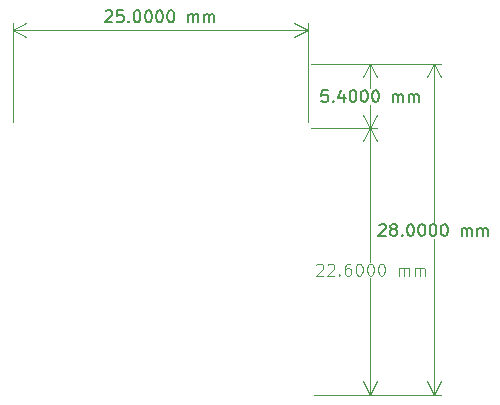
<source format=gbr>
%TF.GenerationSoftware,KiCad,Pcbnew,8.0.6-8.0.6-0~ubuntu24.04.1*%
%TF.CreationDate,2024-11-07T17:00:29-08:00*%
%TF.ProjectId,uSlime,75536c69-6d65-42e6-9b69-6361645f7063,rev?*%
%TF.SameCoordinates,Original*%
%TF.FileFunction,Other,Comment*%
%FSLAX46Y46*%
G04 Gerber Fmt 4.6, Leading zero omitted, Abs format (unit mm)*
G04 Created by KiCad (PCBNEW 8.0.6-8.0.6-0~ubuntu24.04.1) date 2024-11-07 17:00:29*
%MOMM*%
%LPD*%
G01*
G04 APERTURE LIST*
%ADD10C,0.150000*%
%ADD11C,0.100000*%
%ADD12C,0.050000*%
G04 APERTURE END LIST*
D10*
X7880953Y9849943D02*
X7928572Y9897562D01*
X7928572Y9897562D02*
X8023810Y9945181D01*
X8023810Y9945181D02*
X8261905Y9945181D01*
X8261905Y9945181D02*
X8357143Y9897562D01*
X8357143Y9897562D02*
X8404762Y9849943D01*
X8404762Y9849943D02*
X8452381Y9754705D01*
X8452381Y9754705D02*
X8452381Y9659467D01*
X8452381Y9659467D02*
X8404762Y9516610D01*
X8404762Y9516610D02*
X7833334Y8945181D01*
X7833334Y8945181D02*
X8452381Y8945181D01*
X9357143Y9945181D02*
X8880953Y9945181D01*
X8880953Y9945181D02*
X8833334Y9468991D01*
X8833334Y9468991D02*
X8880953Y9516610D01*
X8880953Y9516610D02*
X8976191Y9564229D01*
X8976191Y9564229D02*
X9214286Y9564229D01*
X9214286Y9564229D02*
X9309524Y9516610D01*
X9309524Y9516610D02*
X9357143Y9468991D01*
X9357143Y9468991D02*
X9404762Y9373753D01*
X9404762Y9373753D02*
X9404762Y9135658D01*
X9404762Y9135658D02*
X9357143Y9040420D01*
X9357143Y9040420D02*
X9309524Y8992800D01*
X9309524Y8992800D02*
X9214286Y8945181D01*
X9214286Y8945181D02*
X8976191Y8945181D01*
X8976191Y8945181D02*
X8880953Y8992800D01*
X8880953Y8992800D02*
X8833334Y9040420D01*
X9833334Y9040420D02*
X9880953Y8992800D01*
X9880953Y8992800D02*
X9833334Y8945181D01*
X9833334Y8945181D02*
X9785715Y8992800D01*
X9785715Y8992800D02*
X9833334Y9040420D01*
X9833334Y9040420D02*
X9833334Y8945181D01*
X10500000Y9945181D02*
X10595238Y9945181D01*
X10595238Y9945181D02*
X10690476Y9897562D01*
X10690476Y9897562D02*
X10738095Y9849943D01*
X10738095Y9849943D02*
X10785714Y9754705D01*
X10785714Y9754705D02*
X10833333Y9564229D01*
X10833333Y9564229D02*
X10833333Y9326134D01*
X10833333Y9326134D02*
X10785714Y9135658D01*
X10785714Y9135658D02*
X10738095Y9040420D01*
X10738095Y9040420D02*
X10690476Y8992800D01*
X10690476Y8992800D02*
X10595238Y8945181D01*
X10595238Y8945181D02*
X10500000Y8945181D01*
X10500000Y8945181D02*
X10404762Y8992800D01*
X10404762Y8992800D02*
X10357143Y9040420D01*
X10357143Y9040420D02*
X10309524Y9135658D01*
X10309524Y9135658D02*
X10261905Y9326134D01*
X10261905Y9326134D02*
X10261905Y9564229D01*
X10261905Y9564229D02*
X10309524Y9754705D01*
X10309524Y9754705D02*
X10357143Y9849943D01*
X10357143Y9849943D02*
X10404762Y9897562D01*
X10404762Y9897562D02*
X10500000Y9945181D01*
X11452381Y9945181D02*
X11547619Y9945181D01*
X11547619Y9945181D02*
X11642857Y9897562D01*
X11642857Y9897562D02*
X11690476Y9849943D01*
X11690476Y9849943D02*
X11738095Y9754705D01*
X11738095Y9754705D02*
X11785714Y9564229D01*
X11785714Y9564229D02*
X11785714Y9326134D01*
X11785714Y9326134D02*
X11738095Y9135658D01*
X11738095Y9135658D02*
X11690476Y9040420D01*
X11690476Y9040420D02*
X11642857Y8992800D01*
X11642857Y8992800D02*
X11547619Y8945181D01*
X11547619Y8945181D02*
X11452381Y8945181D01*
X11452381Y8945181D02*
X11357143Y8992800D01*
X11357143Y8992800D02*
X11309524Y9040420D01*
X11309524Y9040420D02*
X11261905Y9135658D01*
X11261905Y9135658D02*
X11214286Y9326134D01*
X11214286Y9326134D02*
X11214286Y9564229D01*
X11214286Y9564229D02*
X11261905Y9754705D01*
X11261905Y9754705D02*
X11309524Y9849943D01*
X11309524Y9849943D02*
X11357143Y9897562D01*
X11357143Y9897562D02*
X11452381Y9945181D01*
X12404762Y9945181D02*
X12500000Y9945181D01*
X12500000Y9945181D02*
X12595238Y9897562D01*
X12595238Y9897562D02*
X12642857Y9849943D01*
X12642857Y9849943D02*
X12690476Y9754705D01*
X12690476Y9754705D02*
X12738095Y9564229D01*
X12738095Y9564229D02*
X12738095Y9326134D01*
X12738095Y9326134D02*
X12690476Y9135658D01*
X12690476Y9135658D02*
X12642857Y9040420D01*
X12642857Y9040420D02*
X12595238Y8992800D01*
X12595238Y8992800D02*
X12500000Y8945181D01*
X12500000Y8945181D02*
X12404762Y8945181D01*
X12404762Y8945181D02*
X12309524Y8992800D01*
X12309524Y8992800D02*
X12261905Y9040420D01*
X12261905Y9040420D02*
X12214286Y9135658D01*
X12214286Y9135658D02*
X12166667Y9326134D01*
X12166667Y9326134D02*
X12166667Y9564229D01*
X12166667Y9564229D02*
X12214286Y9754705D01*
X12214286Y9754705D02*
X12261905Y9849943D01*
X12261905Y9849943D02*
X12309524Y9897562D01*
X12309524Y9897562D02*
X12404762Y9945181D01*
X13357143Y9945181D02*
X13452381Y9945181D01*
X13452381Y9945181D02*
X13547619Y9897562D01*
X13547619Y9897562D02*
X13595238Y9849943D01*
X13595238Y9849943D02*
X13642857Y9754705D01*
X13642857Y9754705D02*
X13690476Y9564229D01*
X13690476Y9564229D02*
X13690476Y9326134D01*
X13690476Y9326134D02*
X13642857Y9135658D01*
X13642857Y9135658D02*
X13595238Y9040420D01*
X13595238Y9040420D02*
X13547619Y8992800D01*
X13547619Y8992800D02*
X13452381Y8945181D01*
X13452381Y8945181D02*
X13357143Y8945181D01*
X13357143Y8945181D02*
X13261905Y8992800D01*
X13261905Y8992800D02*
X13214286Y9040420D01*
X13214286Y9040420D02*
X13166667Y9135658D01*
X13166667Y9135658D02*
X13119048Y9326134D01*
X13119048Y9326134D02*
X13119048Y9564229D01*
X13119048Y9564229D02*
X13166667Y9754705D01*
X13166667Y9754705D02*
X13214286Y9849943D01*
X13214286Y9849943D02*
X13261905Y9897562D01*
X13261905Y9897562D02*
X13357143Y9945181D01*
X14880953Y8945181D02*
X14880953Y9611848D01*
X14880953Y9516610D02*
X14928572Y9564229D01*
X14928572Y9564229D02*
X15023810Y9611848D01*
X15023810Y9611848D02*
X15166667Y9611848D01*
X15166667Y9611848D02*
X15261905Y9564229D01*
X15261905Y9564229D02*
X15309524Y9468991D01*
X15309524Y9468991D02*
X15309524Y8945181D01*
X15309524Y9468991D02*
X15357143Y9564229D01*
X15357143Y9564229D02*
X15452381Y9611848D01*
X15452381Y9611848D02*
X15595238Y9611848D01*
X15595238Y9611848D02*
X15690477Y9564229D01*
X15690477Y9564229D02*
X15738096Y9468991D01*
X15738096Y9468991D02*
X15738096Y8945181D01*
X16214286Y8945181D02*
X16214286Y9611848D01*
X16214286Y9516610D02*
X16261905Y9564229D01*
X16261905Y9564229D02*
X16357143Y9611848D01*
X16357143Y9611848D02*
X16500000Y9611848D01*
X16500000Y9611848D02*
X16595238Y9564229D01*
X16595238Y9564229D02*
X16642857Y9468991D01*
X16642857Y9468991D02*
X16642857Y8945181D01*
X16642857Y9468991D02*
X16690476Y9564229D01*
X16690476Y9564229D02*
X16785714Y9611848D01*
X16785714Y9611848D02*
X16928571Y9611848D01*
X16928571Y9611848D02*
X17023810Y9564229D01*
X17023810Y9564229D02*
X17071429Y9468991D01*
X17071429Y9468991D02*
X17071429Y8945181D01*
D11*
X25000000Y500000D02*
X25000000Y8836420D01*
X0Y500000D02*
X0Y8836420D01*
X25000000Y8250000D02*
X0Y8250000D01*
X25000000Y8250000D02*
X0Y8250000D01*
X25000000Y8250000D02*
X23873496Y7663579D01*
X25000000Y8250000D02*
X23873496Y8836421D01*
X0Y8250000D02*
X1126504Y8836421D01*
X0Y8250000D02*
X1126504Y7663579D01*
D10*
X26680952Y3195181D02*
X26204762Y3195181D01*
X26204762Y3195181D02*
X26157143Y2718991D01*
X26157143Y2718991D02*
X26204762Y2766610D01*
X26204762Y2766610D02*
X26300000Y2814229D01*
X26300000Y2814229D02*
X26538095Y2814229D01*
X26538095Y2814229D02*
X26633333Y2766610D01*
X26633333Y2766610D02*
X26680952Y2718991D01*
X26680952Y2718991D02*
X26728571Y2623753D01*
X26728571Y2623753D02*
X26728571Y2385658D01*
X26728571Y2385658D02*
X26680952Y2290420D01*
X26680952Y2290420D02*
X26633333Y2242800D01*
X26633333Y2242800D02*
X26538095Y2195181D01*
X26538095Y2195181D02*
X26300000Y2195181D01*
X26300000Y2195181D02*
X26204762Y2242800D01*
X26204762Y2242800D02*
X26157143Y2290420D01*
X27157143Y2290420D02*
X27204762Y2242800D01*
X27204762Y2242800D02*
X27157143Y2195181D01*
X27157143Y2195181D02*
X27109524Y2242800D01*
X27109524Y2242800D02*
X27157143Y2290420D01*
X27157143Y2290420D02*
X27157143Y2195181D01*
X28061904Y2861848D02*
X28061904Y2195181D01*
X27823809Y3242800D02*
X27585714Y2528515D01*
X27585714Y2528515D02*
X28204761Y2528515D01*
X28776190Y3195181D02*
X28871428Y3195181D01*
X28871428Y3195181D02*
X28966666Y3147562D01*
X28966666Y3147562D02*
X29014285Y3099943D01*
X29014285Y3099943D02*
X29061904Y3004705D01*
X29061904Y3004705D02*
X29109523Y2814229D01*
X29109523Y2814229D02*
X29109523Y2576134D01*
X29109523Y2576134D02*
X29061904Y2385658D01*
X29061904Y2385658D02*
X29014285Y2290420D01*
X29014285Y2290420D02*
X28966666Y2242800D01*
X28966666Y2242800D02*
X28871428Y2195181D01*
X28871428Y2195181D02*
X28776190Y2195181D01*
X28776190Y2195181D02*
X28680952Y2242800D01*
X28680952Y2242800D02*
X28633333Y2290420D01*
X28633333Y2290420D02*
X28585714Y2385658D01*
X28585714Y2385658D02*
X28538095Y2576134D01*
X28538095Y2576134D02*
X28538095Y2814229D01*
X28538095Y2814229D02*
X28585714Y3004705D01*
X28585714Y3004705D02*
X28633333Y3099943D01*
X28633333Y3099943D02*
X28680952Y3147562D01*
X28680952Y3147562D02*
X28776190Y3195181D01*
X29728571Y3195181D02*
X29823809Y3195181D01*
X29823809Y3195181D02*
X29919047Y3147562D01*
X29919047Y3147562D02*
X29966666Y3099943D01*
X29966666Y3099943D02*
X30014285Y3004705D01*
X30014285Y3004705D02*
X30061904Y2814229D01*
X30061904Y2814229D02*
X30061904Y2576134D01*
X30061904Y2576134D02*
X30014285Y2385658D01*
X30014285Y2385658D02*
X29966666Y2290420D01*
X29966666Y2290420D02*
X29919047Y2242800D01*
X29919047Y2242800D02*
X29823809Y2195181D01*
X29823809Y2195181D02*
X29728571Y2195181D01*
X29728571Y2195181D02*
X29633333Y2242800D01*
X29633333Y2242800D02*
X29585714Y2290420D01*
X29585714Y2290420D02*
X29538095Y2385658D01*
X29538095Y2385658D02*
X29490476Y2576134D01*
X29490476Y2576134D02*
X29490476Y2814229D01*
X29490476Y2814229D02*
X29538095Y3004705D01*
X29538095Y3004705D02*
X29585714Y3099943D01*
X29585714Y3099943D02*
X29633333Y3147562D01*
X29633333Y3147562D02*
X29728571Y3195181D01*
X30680952Y3195181D02*
X30776190Y3195181D01*
X30776190Y3195181D02*
X30871428Y3147562D01*
X30871428Y3147562D02*
X30919047Y3099943D01*
X30919047Y3099943D02*
X30966666Y3004705D01*
X30966666Y3004705D02*
X31014285Y2814229D01*
X31014285Y2814229D02*
X31014285Y2576134D01*
X31014285Y2576134D02*
X30966666Y2385658D01*
X30966666Y2385658D02*
X30919047Y2290420D01*
X30919047Y2290420D02*
X30871428Y2242800D01*
X30871428Y2242800D02*
X30776190Y2195181D01*
X30776190Y2195181D02*
X30680952Y2195181D01*
X30680952Y2195181D02*
X30585714Y2242800D01*
X30585714Y2242800D02*
X30538095Y2290420D01*
X30538095Y2290420D02*
X30490476Y2385658D01*
X30490476Y2385658D02*
X30442857Y2576134D01*
X30442857Y2576134D02*
X30442857Y2814229D01*
X30442857Y2814229D02*
X30490476Y3004705D01*
X30490476Y3004705D02*
X30538095Y3099943D01*
X30538095Y3099943D02*
X30585714Y3147562D01*
X30585714Y3147562D02*
X30680952Y3195181D01*
X32204762Y2195181D02*
X32204762Y2861848D01*
X32204762Y2766610D02*
X32252381Y2814229D01*
X32252381Y2814229D02*
X32347619Y2861848D01*
X32347619Y2861848D02*
X32490476Y2861848D01*
X32490476Y2861848D02*
X32585714Y2814229D01*
X32585714Y2814229D02*
X32633333Y2718991D01*
X32633333Y2718991D02*
X32633333Y2195181D01*
X32633333Y2718991D02*
X32680952Y2814229D01*
X32680952Y2814229D02*
X32776190Y2861848D01*
X32776190Y2861848D02*
X32919047Y2861848D01*
X32919047Y2861848D02*
X33014286Y2814229D01*
X33014286Y2814229D02*
X33061905Y2718991D01*
X33061905Y2718991D02*
X33061905Y2195181D01*
X33538095Y2195181D02*
X33538095Y2861848D01*
X33538095Y2766610D02*
X33585714Y2814229D01*
X33585714Y2814229D02*
X33680952Y2861848D01*
X33680952Y2861848D02*
X33823809Y2861848D01*
X33823809Y2861848D02*
X33919047Y2814229D01*
X33919047Y2814229D02*
X33966666Y2718991D01*
X33966666Y2718991D02*
X33966666Y2195181D01*
X33966666Y2718991D02*
X34014285Y2814229D01*
X34014285Y2814229D02*
X34109523Y2861848D01*
X34109523Y2861848D02*
X34252380Y2861848D01*
X34252380Y2861848D02*
X34347619Y2814229D01*
X34347619Y2814229D02*
X34395238Y2718991D01*
X34395238Y2718991D02*
X34395238Y2195181D01*
D11*
X25250000Y5400000D02*
X30886420Y5400000D01*
X25250000Y0D02*
X30886420Y0D01*
X30300000Y5400000D02*
X30300000Y3348250D01*
X30300000Y1951750D02*
X30300000Y0D01*
X30300000Y5400000D02*
X30886421Y4273496D01*
X30300000Y5400000D02*
X29713579Y4273496D01*
X30300000Y0D02*
X29713579Y1126504D01*
X30300000Y0D02*
X30886421Y1126504D01*
X25730953Y-11602657D02*
X25778572Y-11555038D01*
X25778572Y-11555038D02*
X25873810Y-11507419D01*
X25873810Y-11507419D02*
X26111905Y-11507419D01*
X26111905Y-11507419D02*
X26207143Y-11555038D01*
X26207143Y-11555038D02*
X26254762Y-11602657D01*
X26254762Y-11602657D02*
X26302381Y-11697895D01*
X26302381Y-11697895D02*
X26302381Y-11793133D01*
X26302381Y-11793133D02*
X26254762Y-11935990D01*
X26254762Y-11935990D02*
X25683334Y-12507419D01*
X25683334Y-12507419D02*
X26302381Y-12507419D01*
X26683334Y-11602657D02*
X26730953Y-11555038D01*
X26730953Y-11555038D02*
X26826191Y-11507419D01*
X26826191Y-11507419D02*
X27064286Y-11507419D01*
X27064286Y-11507419D02*
X27159524Y-11555038D01*
X27159524Y-11555038D02*
X27207143Y-11602657D01*
X27207143Y-11602657D02*
X27254762Y-11697895D01*
X27254762Y-11697895D02*
X27254762Y-11793133D01*
X27254762Y-11793133D02*
X27207143Y-11935990D01*
X27207143Y-11935990D02*
X26635715Y-12507419D01*
X26635715Y-12507419D02*
X27254762Y-12507419D01*
X27683334Y-12412180D02*
X27730953Y-12459800D01*
X27730953Y-12459800D02*
X27683334Y-12507419D01*
X27683334Y-12507419D02*
X27635715Y-12459800D01*
X27635715Y-12459800D02*
X27683334Y-12412180D01*
X27683334Y-12412180D02*
X27683334Y-12507419D01*
X28588095Y-11507419D02*
X28397619Y-11507419D01*
X28397619Y-11507419D02*
X28302381Y-11555038D01*
X28302381Y-11555038D02*
X28254762Y-11602657D01*
X28254762Y-11602657D02*
X28159524Y-11745514D01*
X28159524Y-11745514D02*
X28111905Y-11935990D01*
X28111905Y-11935990D02*
X28111905Y-12316942D01*
X28111905Y-12316942D02*
X28159524Y-12412180D01*
X28159524Y-12412180D02*
X28207143Y-12459800D01*
X28207143Y-12459800D02*
X28302381Y-12507419D01*
X28302381Y-12507419D02*
X28492857Y-12507419D01*
X28492857Y-12507419D02*
X28588095Y-12459800D01*
X28588095Y-12459800D02*
X28635714Y-12412180D01*
X28635714Y-12412180D02*
X28683333Y-12316942D01*
X28683333Y-12316942D02*
X28683333Y-12078847D01*
X28683333Y-12078847D02*
X28635714Y-11983609D01*
X28635714Y-11983609D02*
X28588095Y-11935990D01*
X28588095Y-11935990D02*
X28492857Y-11888371D01*
X28492857Y-11888371D02*
X28302381Y-11888371D01*
X28302381Y-11888371D02*
X28207143Y-11935990D01*
X28207143Y-11935990D02*
X28159524Y-11983609D01*
X28159524Y-11983609D02*
X28111905Y-12078847D01*
X29302381Y-11507419D02*
X29397619Y-11507419D01*
X29397619Y-11507419D02*
X29492857Y-11555038D01*
X29492857Y-11555038D02*
X29540476Y-11602657D01*
X29540476Y-11602657D02*
X29588095Y-11697895D01*
X29588095Y-11697895D02*
X29635714Y-11888371D01*
X29635714Y-11888371D02*
X29635714Y-12126466D01*
X29635714Y-12126466D02*
X29588095Y-12316942D01*
X29588095Y-12316942D02*
X29540476Y-12412180D01*
X29540476Y-12412180D02*
X29492857Y-12459800D01*
X29492857Y-12459800D02*
X29397619Y-12507419D01*
X29397619Y-12507419D02*
X29302381Y-12507419D01*
X29302381Y-12507419D02*
X29207143Y-12459800D01*
X29207143Y-12459800D02*
X29159524Y-12412180D01*
X29159524Y-12412180D02*
X29111905Y-12316942D01*
X29111905Y-12316942D02*
X29064286Y-12126466D01*
X29064286Y-12126466D02*
X29064286Y-11888371D01*
X29064286Y-11888371D02*
X29111905Y-11697895D01*
X29111905Y-11697895D02*
X29159524Y-11602657D01*
X29159524Y-11602657D02*
X29207143Y-11555038D01*
X29207143Y-11555038D02*
X29302381Y-11507419D01*
X30254762Y-11507419D02*
X30350000Y-11507419D01*
X30350000Y-11507419D02*
X30445238Y-11555038D01*
X30445238Y-11555038D02*
X30492857Y-11602657D01*
X30492857Y-11602657D02*
X30540476Y-11697895D01*
X30540476Y-11697895D02*
X30588095Y-11888371D01*
X30588095Y-11888371D02*
X30588095Y-12126466D01*
X30588095Y-12126466D02*
X30540476Y-12316942D01*
X30540476Y-12316942D02*
X30492857Y-12412180D01*
X30492857Y-12412180D02*
X30445238Y-12459800D01*
X30445238Y-12459800D02*
X30350000Y-12507419D01*
X30350000Y-12507419D02*
X30254762Y-12507419D01*
X30254762Y-12507419D02*
X30159524Y-12459800D01*
X30159524Y-12459800D02*
X30111905Y-12412180D01*
X30111905Y-12412180D02*
X30064286Y-12316942D01*
X30064286Y-12316942D02*
X30016667Y-12126466D01*
X30016667Y-12126466D02*
X30016667Y-11888371D01*
X30016667Y-11888371D02*
X30064286Y-11697895D01*
X30064286Y-11697895D02*
X30111905Y-11602657D01*
X30111905Y-11602657D02*
X30159524Y-11555038D01*
X30159524Y-11555038D02*
X30254762Y-11507419D01*
X31207143Y-11507419D02*
X31302381Y-11507419D01*
X31302381Y-11507419D02*
X31397619Y-11555038D01*
X31397619Y-11555038D02*
X31445238Y-11602657D01*
X31445238Y-11602657D02*
X31492857Y-11697895D01*
X31492857Y-11697895D02*
X31540476Y-11888371D01*
X31540476Y-11888371D02*
X31540476Y-12126466D01*
X31540476Y-12126466D02*
X31492857Y-12316942D01*
X31492857Y-12316942D02*
X31445238Y-12412180D01*
X31445238Y-12412180D02*
X31397619Y-12459800D01*
X31397619Y-12459800D02*
X31302381Y-12507419D01*
X31302381Y-12507419D02*
X31207143Y-12507419D01*
X31207143Y-12507419D02*
X31111905Y-12459800D01*
X31111905Y-12459800D02*
X31064286Y-12412180D01*
X31064286Y-12412180D02*
X31016667Y-12316942D01*
X31016667Y-12316942D02*
X30969048Y-12126466D01*
X30969048Y-12126466D02*
X30969048Y-11888371D01*
X30969048Y-11888371D02*
X31016667Y-11697895D01*
X31016667Y-11697895D02*
X31064286Y-11602657D01*
X31064286Y-11602657D02*
X31111905Y-11555038D01*
X31111905Y-11555038D02*
X31207143Y-11507419D01*
X32730953Y-12507419D02*
X32730953Y-11840752D01*
X32730953Y-11935990D02*
X32778572Y-11888371D01*
X32778572Y-11888371D02*
X32873810Y-11840752D01*
X32873810Y-11840752D02*
X33016667Y-11840752D01*
X33016667Y-11840752D02*
X33111905Y-11888371D01*
X33111905Y-11888371D02*
X33159524Y-11983609D01*
X33159524Y-11983609D02*
X33159524Y-12507419D01*
X33159524Y-11983609D02*
X33207143Y-11888371D01*
X33207143Y-11888371D02*
X33302381Y-11840752D01*
X33302381Y-11840752D02*
X33445238Y-11840752D01*
X33445238Y-11840752D02*
X33540477Y-11888371D01*
X33540477Y-11888371D02*
X33588096Y-11983609D01*
X33588096Y-11983609D02*
X33588096Y-12507419D01*
X34064286Y-12507419D02*
X34064286Y-11840752D01*
X34064286Y-11935990D02*
X34111905Y-11888371D01*
X34111905Y-11888371D02*
X34207143Y-11840752D01*
X34207143Y-11840752D02*
X34350000Y-11840752D01*
X34350000Y-11840752D02*
X34445238Y-11888371D01*
X34445238Y-11888371D02*
X34492857Y-11983609D01*
X34492857Y-11983609D02*
X34492857Y-12507419D01*
X34492857Y-11983609D02*
X34540476Y-11888371D01*
X34540476Y-11888371D02*
X34635714Y-11840752D01*
X34635714Y-11840752D02*
X34778571Y-11840752D01*
X34778571Y-11840752D02*
X34873810Y-11888371D01*
X34873810Y-11888371D02*
X34921429Y-11983609D01*
X34921429Y-11983609D02*
X34921429Y-12507419D01*
X25500000Y0D02*
X30886420Y0D01*
X25500000Y-22600000D02*
X30886420Y-22600000D01*
X30300000Y0D02*
X30300000Y-11389500D01*
X30300000Y-12710500D02*
X30300000Y-22600000D01*
X30300000Y0D02*
X30886421Y-1126504D01*
X30300000Y0D02*
X29713579Y-1126504D01*
X30300000Y-22600000D02*
X29713579Y-21473496D01*
X30300000Y-22600000D02*
X30886421Y-21473496D01*
D10*
X31030953Y-8250057D02*
X31078572Y-8202438D01*
X31078572Y-8202438D02*
X31173810Y-8154819D01*
X31173810Y-8154819D02*
X31411905Y-8154819D01*
X31411905Y-8154819D02*
X31507143Y-8202438D01*
X31507143Y-8202438D02*
X31554762Y-8250057D01*
X31554762Y-8250057D02*
X31602381Y-8345295D01*
X31602381Y-8345295D02*
X31602381Y-8440533D01*
X31602381Y-8440533D02*
X31554762Y-8583390D01*
X31554762Y-8583390D02*
X30983334Y-9154819D01*
X30983334Y-9154819D02*
X31602381Y-9154819D01*
X32173810Y-8583390D02*
X32078572Y-8535771D01*
X32078572Y-8535771D02*
X32030953Y-8488152D01*
X32030953Y-8488152D02*
X31983334Y-8392914D01*
X31983334Y-8392914D02*
X31983334Y-8345295D01*
X31983334Y-8345295D02*
X32030953Y-8250057D01*
X32030953Y-8250057D02*
X32078572Y-8202438D01*
X32078572Y-8202438D02*
X32173810Y-8154819D01*
X32173810Y-8154819D02*
X32364286Y-8154819D01*
X32364286Y-8154819D02*
X32459524Y-8202438D01*
X32459524Y-8202438D02*
X32507143Y-8250057D01*
X32507143Y-8250057D02*
X32554762Y-8345295D01*
X32554762Y-8345295D02*
X32554762Y-8392914D01*
X32554762Y-8392914D02*
X32507143Y-8488152D01*
X32507143Y-8488152D02*
X32459524Y-8535771D01*
X32459524Y-8535771D02*
X32364286Y-8583390D01*
X32364286Y-8583390D02*
X32173810Y-8583390D01*
X32173810Y-8583390D02*
X32078572Y-8631009D01*
X32078572Y-8631009D02*
X32030953Y-8678628D01*
X32030953Y-8678628D02*
X31983334Y-8773866D01*
X31983334Y-8773866D02*
X31983334Y-8964342D01*
X31983334Y-8964342D02*
X32030953Y-9059580D01*
X32030953Y-9059580D02*
X32078572Y-9107200D01*
X32078572Y-9107200D02*
X32173810Y-9154819D01*
X32173810Y-9154819D02*
X32364286Y-9154819D01*
X32364286Y-9154819D02*
X32459524Y-9107200D01*
X32459524Y-9107200D02*
X32507143Y-9059580D01*
X32507143Y-9059580D02*
X32554762Y-8964342D01*
X32554762Y-8964342D02*
X32554762Y-8773866D01*
X32554762Y-8773866D02*
X32507143Y-8678628D01*
X32507143Y-8678628D02*
X32459524Y-8631009D01*
X32459524Y-8631009D02*
X32364286Y-8583390D01*
X32983334Y-9059580D02*
X33030953Y-9107200D01*
X33030953Y-9107200D02*
X32983334Y-9154819D01*
X32983334Y-9154819D02*
X32935715Y-9107200D01*
X32935715Y-9107200D02*
X32983334Y-9059580D01*
X32983334Y-9059580D02*
X32983334Y-9154819D01*
X33650000Y-8154819D02*
X33745238Y-8154819D01*
X33745238Y-8154819D02*
X33840476Y-8202438D01*
X33840476Y-8202438D02*
X33888095Y-8250057D01*
X33888095Y-8250057D02*
X33935714Y-8345295D01*
X33935714Y-8345295D02*
X33983333Y-8535771D01*
X33983333Y-8535771D02*
X33983333Y-8773866D01*
X33983333Y-8773866D02*
X33935714Y-8964342D01*
X33935714Y-8964342D02*
X33888095Y-9059580D01*
X33888095Y-9059580D02*
X33840476Y-9107200D01*
X33840476Y-9107200D02*
X33745238Y-9154819D01*
X33745238Y-9154819D02*
X33650000Y-9154819D01*
X33650000Y-9154819D02*
X33554762Y-9107200D01*
X33554762Y-9107200D02*
X33507143Y-9059580D01*
X33507143Y-9059580D02*
X33459524Y-8964342D01*
X33459524Y-8964342D02*
X33411905Y-8773866D01*
X33411905Y-8773866D02*
X33411905Y-8535771D01*
X33411905Y-8535771D02*
X33459524Y-8345295D01*
X33459524Y-8345295D02*
X33507143Y-8250057D01*
X33507143Y-8250057D02*
X33554762Y-8202438D01*
X33554762Y-8202438D02*
X33650000Y-8154819D01*
X34602381Y-8154819D02*
X34697619Y-8154819D01*
X34697619Y-8154819D02*
X34792857Y-8202438D01*
X34792857Y-8202438D02*
X34840476Y-8250057D01*
X34840476Y-8250057D02*
X34888095Y-8345295D01*
X34888095Y-8345295D02*
X34935714Y-8535771D01*
X34935714Y-8535771D02*
X34935714Y-8773866D01*
X34935714Y-8773866D02*
X34888095Y-8964342D01*
X34888095Y-8964342D02*
X34840476Y-9059580D01*
X34840476Y-9059580D02*
X34792857Y-9107200D01*
X34792857Y-9107200D02*
X34697619Y-9154819D01*
X34697619Y-9154819D02*
X34602381Y-9154819D01*
X34602381Y-9154819D02*
X34507143Y-9107200D01*
X34507143Y-9107200D02*
X34459524Y-9059580D01*
X34459524Y-9059580D02*
X34411905Y-8964342D01*
X34411905Y-8964342D02*
X34364286Y-8773866D01*
X34364286Y-8773866D02*
X34364286Y-8535771D01*
X34364286Y-8535771D02*
X34411905Y-8345295D01*
X34411905Y-8345295D02*
X34459524Y-8250057D01*
X34459524Y-8250057D02*
X34507143Y-8202438D01*
X34507143Y-8202438D02*
X34602381Y-8154819D01*
X35554762Y-8154819D02*
X35650000Y-8154819D01*
X35650000Y-8154819D02*
X35745238Y-8202438D01*
X35745238Y-8202438D02*
X35792857Y-8250057D01*
X35792857Y-8250057D02*
X35840476Y-8345295D01*
X35840476Y-8345295D02*
X35888095Y-8535771D01*
X35888095Y-8535771D02*
X35888095Y-8773866D01*
X35888095Y-8773866D02*
X35840476Y-8964342D01*
X35840476Y-8964342D02*
X35792857Y-9059580D01*
X35792857Y-9059580D02*
X35745238Y-9107200D01*
X35745238Y-9107200D02*
X35650000Y-9154819D01*
X35650000Y-9154819D02*
X35554762Y-9154819D01*
X35554762Y-9154819D02*
X35459524Y-9107200D01*
X35459524Y-9107200D02*
X35411905Y-9059580D01*
X35411905Y-9059580D02*
X35364286Y-8964342D01*
X35364286Y-8964342D02*
X35316667Y-8773866D01*
X35316667Y-8773866D02*
X35316667Y-8535771D01*
X35316667Y-8535771D02*
X35364286Y-8345295D01*
X35364286Y-8345295D02*
X35411905Y-8250057D01*
X35411905Y-8250057D02*
X35459524Y-8202438D01*
X35459524Y-8202438D02*
X35554762Y-8154819D01*
X36507143Y-8154819D02*
X36602381Y-8154819D01*
X36602381Y-8154819D02*
X36697619Y-8202438D01*
X36697619Y-8202438D02*
X36745238Y-8250057D01*
X36745238Y-8250057D02*
X36792857Y-8345295D01*
X36792857Y-8345295D02*
X36840476Y-8535771D01*
X36840476Y-8535771D02*
X36840476Y-8773866D01*
X36840476Y-8773866D02*
X36792857Y-8964342D01*
X36792857Y-8964342D02*
X36745238Y-9059580D01*
X36745238Y-9059580D02*
X36697619Y-9107200D01*
X36697619Y-9107200D02*
X36602381Y-9154819D01*
X36602381Y-9154819D02*
X36507143Y-9154819D01*
X36507143Y-9154819D02*
X36411905Y-9107200D01*
X36411905Y-9107200D02*
X36364286Y-9059580D01*
X36364286Y-9059580D02*
X36316667Y-8964342D01*
X36316667Y-8964342D02*
X36269048Y-8773866D01*
X36269048Y-8773866D02*
X36269048Y-8535771D01*
X36269048Y-8535771D02*
X36316667Y-8345295D01*
X36316667Y-8345295D02*
X36364286Y-8250057D01*
X36364286Y-8250057D02*
X36411905Y-8202438D01*
X36411905Y-8202438D02*
X36507143Y-8154819D01*
X38030953Y-9154819D02*
X38030953Y-8488152D01*
X38030953Y-8583390D02*
X38078572Y-8535771D01*
X38078572Y-8535771D02*
X38173810Y-8488152D01*
X38173810Y-8488152D02*
X38316667Y-8488152D01*
X38316667Y-8488152D02*
X38411905Y-8535771D01*
X38411905Y-8535771D02*
X38459524Y-8631009D01*
X38459524Y-8631009D02*
X38459524Y-9154819D01*
X38459524Y-8631009D02*
X38507143Y-8535771D01*
X38507143Y-8535771D02*
X38602381Y-8488152D01*
X38602381Y-8488152D02*
X38745238Y-8488152D01*
X38745238Y-8488152D02*
X38840477Y-8535771D01*
X38840477Y-8535771D02*
X38888096Y-8631009D01*
X38888096Y-8631009D02*
X38888096Y-9154819D01*
X39364286Y-9154819D02*
X39364286Y-8488152D01*
X39364286Y-8583390D02*
X39411905Y-8535771D01*
X39411905Y-8535771D02*
X39507143Y-8488152D01*
X39507143Y-8488152D02*
X39650000Y-8488152D01*
X39650000Y-8488152D02*
X39745238Y-8535771D01*
X39745238Y-8535771D02*
X39792857Y-8631009D01*
X39792857Y-8631009D02*
X39792857Y-9154819D01*
X39792857Y-8631009D02*
X39840476Y-8535771D01*
X39840476Y-8535771D02*
X39935714Y-8488152D01*
X39935714Y-8488152D02*
X40078571Y-8488152D01*
X40078571Y-8488152D02*
X40173810Y-8535771D01*
X40173810Y-8535771D02*
X40221429Y-8631009D01*
X40221429Y-8631009D02*
X40221429Y-9154819D01*
D12*
X25500000Y5400000D02*
X36236420Y5400000D01*
X25500000Y-22600000D02*
X36236420Y-22600000D01*
X35650000Y5400000D02*
X35650000Y-8001750D01*
X35650000Y-9398250D02*
X35650000Y-22600000D01*
X35650000Y5400000D02*
X36236421Y4273496D01*
X35650000Y5400000D02*
X35063579Y4273496D01*
X35650000Y-22600000D02*
X35063579Y-21473496D01*
X35650000Y-22600000D02*
X36236421Y-21473496D01*
M02*

</source>
